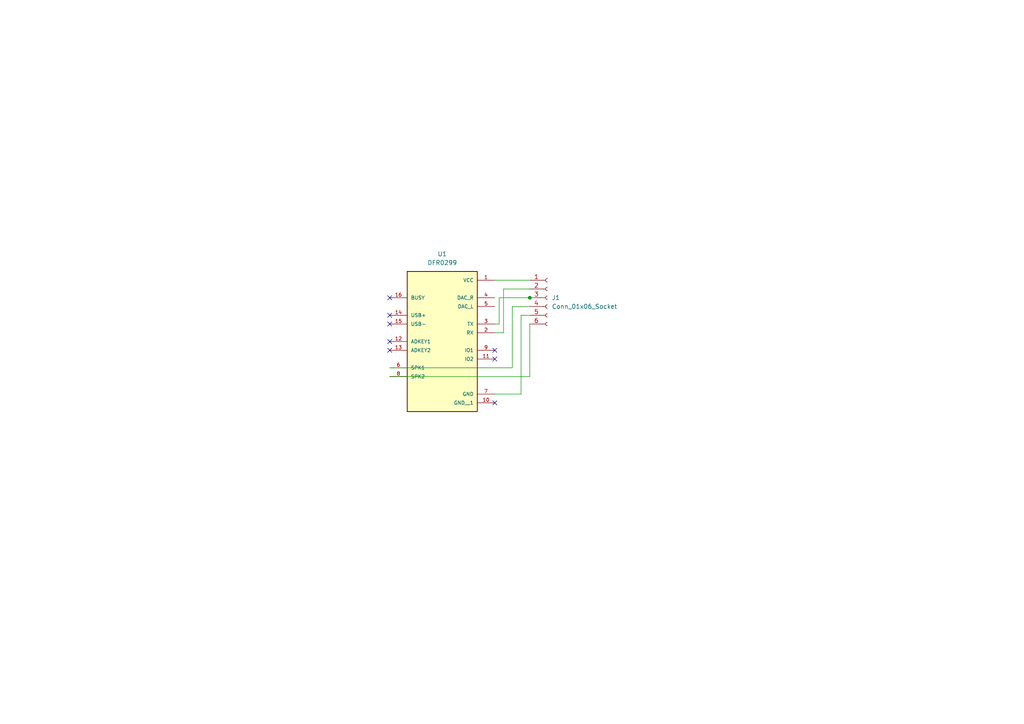
<source format=kicad_sch>
(kicad_sch (version 20231120) (generator "eeschema") (generator_version "8.0")
  (paper "A4")
  (lib_symbols
    (symbol "Connector:Conn_01x06_Socket" (pin_names (offset 1.016) hide)
      (property "Reference" "J" (at 0 7.62 0))
      (property "Value" "Conn_01x06_Socket" (at 0 -10.16 0))
      (symbol "Conn_01x06_Socket_1_1"
        (arc (start 0 -7.112) (mid -0.5058 -7.62) (end 0 -8.128) (stroke (width 0.1524)))
        (arc (start 0 -4.572) (mid -0.5058 -5.08) (end 0 -5.588) (stroke (width 0.1524)))
        (arc (start 0 -2.032) (mid -0.5058 -2.54) (end 0 -3.048) (stroke (width 0.1524)))
        (polyline (pts (xy -1.27 -7.62) (xy -0.508 -7.62)) (stroke (width 0.1524)))
        (polyline (pts (xy -1.27 -5.08) (xy -0.508 -5.08)) (stroke (width 0.1524)))
        (polyline (pts (xy -1.27 -2.54) (xy -0.508 -2.54)) (stroke (width 0.1524)))
        (polyline (pts (xy -1.27 0) (xy -0.508 0)) (stroke (width 0.1524)))
        (polyline (pts (xy -1.27 2.54) (xy -0.508 2.54)) (stroke (width 0.1524)))
        (polyline (pts (xy -1.27 5.08) (xy -0.508 5.08)) (stroke (width 0.1524)))
        (arc (start 0 0.508) (mid -0.5058 0) (end 0 -0.508) (stroke (width 0.1524)))
        (arc (start 0 3.048) (mid -0.5058 2.54) (end 0 2.032) (stroke (width 0.1524)))
        (arc (start 0 5.588) (mid -0.5058 5.08) (end 0 4.572) (stroke (width 0.1524)))
        (pin passive line (at -5.08 5.08 0) (length 3.81) (name "Pin_1") (number "1"))
        (pin passive line (at -5.08 2.54 0) (length 3.81) (name "Pin_2") (number "2"))
        (pin passive line (at -5.08 0 0) (length 3.81) (name "Pin_3") (number "3"))
        (pin passive line (at -5.08 -2.54 0) (length 3.81) (name "Pin_4") (number "4"))
        (pin passive line (at -5.08 -5.08 0) (length 3.81) (name "Pin_5") (number "5"))
        (pin passive line (at -5.08 -7.62 0) (length 3.81) (name "Pin_6") (number "6"))
      )
    )
    (symbol "DFR0299:DFR0299" (pin_names (offset 1.016))
      (property "Reference" "U" (at -10.16 18.542 0))
      (property "Value" "DFR0299" (at -10.16 -25.4 0))
      (symbol "DFR0299_0_0"
        (rectangle (start -10.16 -22.86) (end 10.16 17.78) (stroke (width 0.254)) (fill (type background)))
        (pin power_in line (at 15.24 15.24 180) (length 5.08) (name "VCC") (number "1"))
        (pin power_in line (at 15.24 -20.32 180) (length 5.08) (name "GND__1") (number "10"))
        (pin bidirectional line (at 15.24 -7.62 180) (length 5.08) (name "IO2") (number "11"))
        (pin input line (at -15.24 -2.54 0) (length 5.08) (name "ADKEY1") (number "12"))
        (pin input line (at -15.24 -5.08 0) (length 5.08) (name "ADKEY2") (number "13"))
        (pin input line (at -15.24 5.08 0) (length 5.08) (name "USB+") (number "14"))
        (pin input line (at -15.24 2.54 0) (length 5.08) (name "USB-") (number "15"))
        (pin input line (at -15.24 10.16 0) (length 5.08) (name "BUSY") (number "16"))
        (pin input line (at 15.24 0 180) (length 5.08) (name "RX") (number "2"))
        (pin output line (at 15.24 2.54 180) (length 5.08) (name "TX") (number "3"))
        (pin output line (at 15.24 10.16 180) (length 5.08) (name "DAC_R") (number "4"))
        (pin output line (at 15.24 7.62 180) (length 5.08) (name "DAC_L") (number "5"))
        (pin passive line (at -15.24 -10.16 0) (length 5.08) (name "SPK1") (number "6"))
        (pin power_in line (at 15.24 -17.78 180) (length 5.08) (name "GND") (number "7"))
        (pin passive line (at -15.24 -12.7 0) (length 5.08) (name "SPK2") (number "8"))
        (pin bidirectional line (at 15.24 -5.08 180) (length 5.08) (name "IO1") (number "9"))
      )
    )
  )
  (junction (at 153.67 86.36))
  (no_connect (at 113.03 99.06))
  (no_connect (at 143.51 116.84))
  (no_connect (at 113.03 91.44))
  (no_connect (at 113.03 86.36))
  (no_connect (at 113.03 101.6))
  (no_connect (at 143.51 104.14))
  (no_connect (at 143.51 101.6))
  (no_connect (at 113.03 93.98))
  (wire (pts (xy 144.78 86.36) (xy 153.67 86.36)))
  (wire (pts (xy 146.05 83.82) (xy 146.05 96.52)))
  (wire (pts (xy 143.51 81.28) (xy 153.67 81.28)))
  (wire (pts (xy 143.51 96.52) (xy 146.05 96.52)))
  (wire (pts (xy 154.94 86.36) (xy 153.67 86.36)))
  (wire (pts (xy 113.03 106.68) (xy 148.59 106.68)))
  (wire (pts (xy 146.05 83.82) (xy 153.67 83.82)))
  (wire (pts (xy 153.67 109.22) (xy 153.67 93.98)))
  (wire (pts (xy 144.78 86.36) (xy 144.78 93.98)))
  (wire (pts (xy 148.59 88.9) (xy 153.67 88.9)))
  (wire (pts (xy 148.59 88.9) (xy 148.59 106.68)))
  (wire (pts (xy 151.13 91.44) (xy 153.67 91.44)))
  (wire (pts (xy 144.78 93.98) (xy 143.51 93.98)))
  (wire (pts (xy 113.03 109.22) (xy 153.67 109.22)))
  (wire (pts (xy 151.13 114.3) (xy 143.51 114.3)))
  (wire (pts (xy 151.13 114.3) (xy 151.13 91.44)))
  (symbol (lib_id "Connector:Conn_01x06_Socket") (at 158.75 86.36 0) (unit 1)
    (property "Reference" "J1" (at 160.02 86.3599 0) (effects (justify left)))
    (property "Value" "Conn_01x06_Socket" (at 160.02 88.8999 0) (effects (justify left)))
    (property "Footprint" "Connector_PinSocket_2.54mm:PinSocket_1x06_P2.54mm_Vertical" (effects (hide yes)))
    (property "Description" "Generic connector, single row, 01x06, script generated" (effects (hide yes)))
  )
  (symbol (lib_id "DFR0299:DFR0299") (at 128.27 96.52 0) (unit 1)
    (property "Reference" "U1" (at 128.27 73.66 0))
    (property "Value" "DFR0299" (at 128.27 76.2 0))
    (property "Footprint" "DFR0299:DFR0299" (effects (hide yes)))
    (property "MF" "DFRobot" (effects (hide yes)))
    (property "DESCRIPTION" "Dfplayer - a Mini Mp3 Player" (effects (hide yes)))
    (property "PACKAGE" "None" (effects (hide yes)))
    (property "PRICE" "None" (effects (hide yes)))
    (property "MP" "DFR0299" (effects (hide yes)))
    (property "AVAILABILITY" "Unavailable" (effects (hide yes)))
  )
)
</source>
